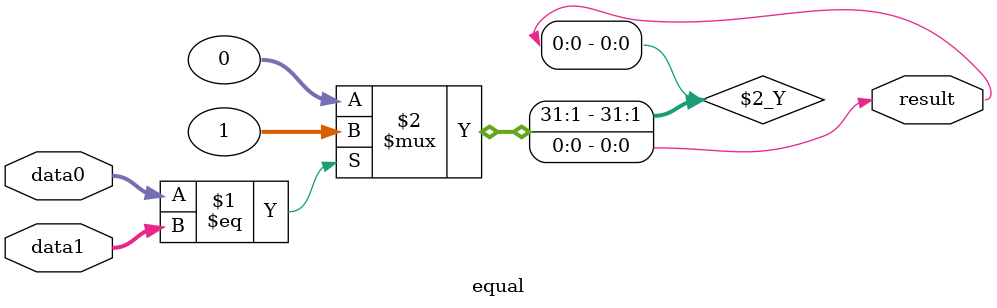
<source format=v>
`timescale 1ns / 1ps


module equal(
    input[31:0] data0,
    input[31:0] data1,
    output result
    );
    assign result = (data0 == data1)? 1 : 0;
endmodule

</source>
